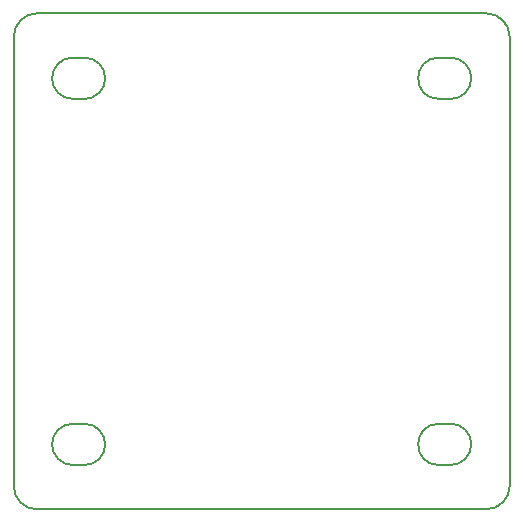
<source format=gbr>
G04 #@! TF.GenerationSoftware,KiCad,Pcbnew,(5.1.5)-3*
G04 #@! TF.CreationDate,2020-07-07T21:27:08-07:00*
G04 #@! TF.ProjectId,tool_head,746f6f6c-5f68-4656-9164-2e6b69636164,B*
G04 #@! TF.SameCoordinates,Original*
G04 #@! TF.FileFunction,Profile,NP*
%FSLAX46Y46*%
G04 Gerber Fmt 4.6, Leading zero omitted, Abs format (unit mm)*
G04 Created by KiCad (PCBNEW (5.1.5)-3) date 2020-07-07 21:27:08*
%MOMM*%
%LPD*%
G04 APERTURE LIST*
%ADD10C,0.200000*%
G04 APERTURE END LIST*
D10*
X179669999Y-40500000D02*
X141669999Y-40500000D01*
X139670000Y-42500001D02*
G75*
G02X141669999Y-40500000I2000000J1D01*
G01*
X145670000Y-47750000D02*
X144670000Y-47750000D01*
X141670000Y-82500000D02*
G75*
G02X139670000Y-80500000I0J2000000D01*
G01*
X139669999Y-42500000D02*
X139670000Y-80500000D01*
X141670000Y-82500000D02*
X179669999Y-82500000D01*
X181669998Y-80500000D02*
X181669998Y-42500000D01*
X181669999Y-80500000D02*
G75*
G02X179669999Y-82500000I-2000000J0D01*
G01*
X176670079Y-78750000D02*
X175670078Y-78750000D01*
X176670060Y-75249926D02*
G75*
G02X176670079Y-78749926I10J-1750000D01*
G01*
X176670059Y-75249926D02*
X175670061Y-75249931D01*
X175670079Y-78749931D02*
G75*
G02X175670061Y-75249931I-9J1750000D01*
G01*
X179669999Y-40500001D02*
G75*
G02X181669998Y-42500000I0J-1999999D01*
G01*
X176670060Y-44249927D02*
G75*
G02X176670079Y-47749927I10J-1750000D01*
G01*
X176670059Y-44249927D02*
X175670061Y-44249932D01*
X175670079Y-47749932D02*
G75*
G02X175670061Y-44249932I-9J1750000D01*
G01*
X176670079Y-47750000D02*
X175670078Y-47750000D01*
X144670080Y-47749932D02*
G75*
G02X144670062Y-44249932I-9J1750000D01*
G01*
X145670060Y-44249927D02*
X144670062Y-44249932D01*
X145670061Y-44249927D02*
G75*
G02X145670080Y-47749927I10J-1750000D01*
G01*
X145670080Y-78750000D02*
X144670079Y-78750000D01*
X145670061Y-75249926D02*
G75*
G02X145670080Y-78749926I10J-1750000D01*
G01*
X144670080Y-78749931D02*
G75*
G02X144670062Y-75249931I-9J1750000D01*
G01*
X145670060Y-75249926D02*
X144670062Y-75249931D01*
M02*

</source>
